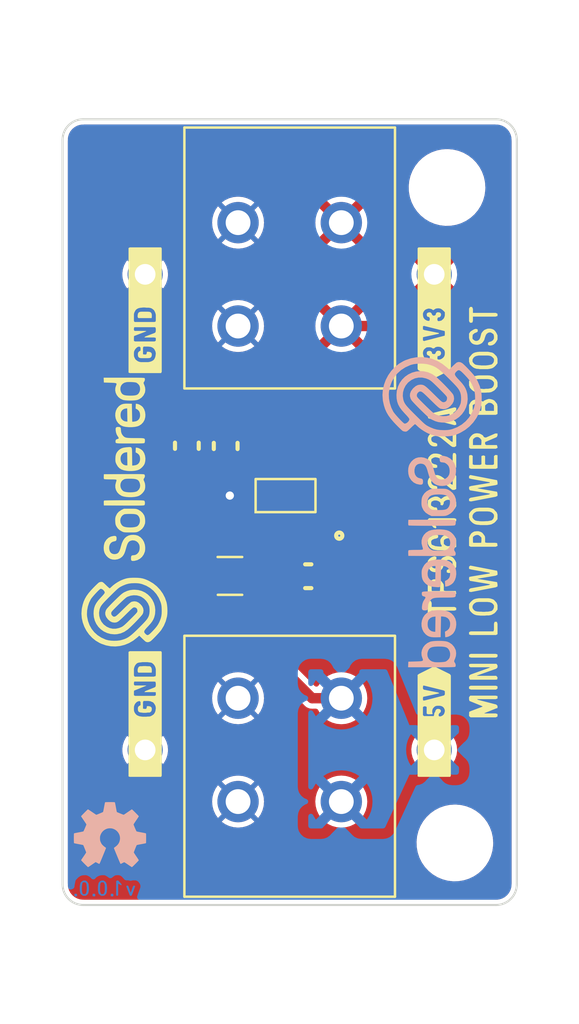
<source format=kicad_pcb>
(kicad_pcb (version 20210623) (generator pcbnew)
  (layers (0 "F.Cu" signal) (31 "B.Cu" signal) (34 "B.Paste" user) (35 "F.Paste" user) (36 "B.SilkS" user "B.Silkscreen") (37 "F.SilkS" user "F.Silkscreen") (38 "B.Mask" user) (39 "F.Mask" user) (44 "Edge.Cuts" user))
  (net 0 "")
  (net 1 "GND")
  (net 2 "5V")
  (net 3 "3V3")
  (net 4 "Net-(L1-Pad1)")
  (net 7 "Net-(D1-Pad1)")
  (net 8 "Net-(JP1-Pad2)")
  (net 9 "VOUT")
  (footprint "e-radionica.com footprinti:FIDUCIAL_23" (layer "F.Cu") (at 113.5 96.7)
    (fp_text reference "FD1")
    (fp_text value "FIDUCIAL")
    (fp_circle (center 0 0) (end 1 0) (layer "F.Cu") (width 0.2) (fill none))
    (pad "1" smd circle (at 0 0) (size 1 1) (layers "F.Cu" "F.Paste" "F.Mask") (clearance 1.1))
  )
  (footprint "e-radionica.com footprinti:HOLE_3.2mm" (layer "F.Cu") (at 128.62 97.3)
    (fp_text reference "H2" hide)
    (fp_text value "HOLE_3.2mm" hide)
    (pad "" np_thru_hole circle locked (at 0 0) (size 3.2 3.2) (drill 3.2) (layers F&B.Cu *.Mask))
  )
  (footprint "buzzardLabel" (layer "F.Cu") (at 130.4 113 90)
    (fp_text reference "" (at 0 0 90) (layer "F.SilkS") (effects (font (size 1.27 1.27))))
    (fp_text value "" (at 0 0 90) (layer "F.SilkS") (effects (font (size 1.27 1.27))))
  )
  (footprint "e-radionica.com footprinti:TERMINAL_KF235-5.0-2P" (layer "F.Cu") (at 121 101.5 180)
    (fp_text reference "K5")
    (fp_text value "TERMINAL_KF235-5.0-2P")
    (pad "1" thru_hole circle (at 2.5 2.5 180) (size 2 2) (drill 1.2) (layers *.Cu *.Mask) (net 1 "GND"))
    (pad "1" thru_hole circle (at 2.5 -2.5 180) (size 2 2) (drill 1.2) (layers *.Cu *.Mask) (net 1 "GND"))
    (pad "2" thru_hole circle (at -2.5 -2.5 180) (size 2 2) (drill 1.2) (layers *.Cu *.Mask) (net 3 "3V3"))
    (pad "2" thru_hole circle (at -2.5 2.5 180) (size 2 2) (drill 1.2) (layers *.Cu *.Mask) (net 3 "3V3"))
  )
  (footprint "buzzardLabel" (layer "F.Cu") (at 128 99.8 90)
    (fp_text reference "" (at 0 0 90) (layer "F.SilkS") (effects (font (size 1.27 1.27))))
    (fp_text value "" (at 0 0 90) (layer "F.SilkS") (effects (font (size 1.27 1.27))))
  )
  (footprint "e-radionica.com footprinti:0805C" (layer "F.Cu") (at 116.02 109.79 -90)
    (fp_text reference "C1")
    (fp_text value "CL10A226MP8NUNE")
    (pad "1" smd rect locked (at -0.975 0) (size 1.35 0.9) (layers "F.Cu" "F.Paste" "F.Mask") (net 1 "GND"))
    (pad "2" smd rect locked (at 0.975 0) (size 1.35 0.9) (layers "F.Cu" "F.Paste" "F.Mask") (net 2 "5V"))
  )
  (footprint "buzzardLabel" (layer "F.Cu") (at 114 99.8 90)
    (fp_text reference "" (at 0 0 90) (layer "F.SilkS") (effects (font (size 1.27 1.27))))
    (fp_text value "" (at 0 0 90) (layer "F.SilkS") (effects (font (size 1.27 1.27))))
  )
  (footprint "e-radionica.com footprinti:0402LED" (layer "F.Cu") (at 124 113.2375 -90)
    (fp_text reference "D1")
    (fp_text value "purple")
    (pad "1" smd rect locked (at -0.55 0) (size 0.75 0.45) (layers "F.Cu" "F.Paste" "F.Mask") (net 7 "Net-(D1-Pad1)"))
    (pad "2" smd rect locked (at 0.55 0) (size 0.75 0.45) (layers "F.Cu" "F.Paste" "F.Mask") (net 1 "GND"))
  )
  (footprint "e-radionica.com footprinti:SMD-JUMPER-CONNECTED_TRACE_SLODERMASK" (layer "F.Cu") (at 124 109.4 -90)
    (fp_text reference "JP1")
    (fp_text value "SMD-JUMPER-CONNECTED_TRACE_SLODERMASK")
    (fp_poly (pts (xy 0.1 0.1) (xy -0.1 0.1) (xy -0.1 -0.1) (xy 0.1 -0.1)) (layer "F.Cu") (width 0.1) (fill solid))
    (pad "1" smd rect (at -0.35 0 270) (size 0.5 1) (layers "F.Cu" "F.Mask") (net 9 "VOUT"))
    (pad "2" smd rect (at 0.35 0 270) (size 0.5 1) (layers "F.Cu" "F.Mask") (net 8 "Net-(JP1-Pad2)"))
  )
  (footprint "e-radionica.com footprinti:HOLE_3.2mm" (layer "F.Cu") (at 129 129 90)
    (fp_text reference "H1" hide)
    (fp_text value "HOLE_3.2mm" hide)
    (pad "" np_thru_hole circle locked (at 0 0 90) (size 3.2 3.2) (drill 3.2) (layers F&B.Cu *.Mask))
  )
  (footprint "Soldered Graphics:Logo-Back-OSH-3.5mm" (layer "F.Cu") (at 112.3 128.6)
    (fp_text reference "G***" hide)
    (fp_text value "LOGO" hide)
  )
  (footprint "Soldered Graphics:Logo-Back-SolderedFULL-15mm" (layer "F.Cu") (at 127.9 113 90)
    (fp_text reference "REF**" hide)
    (fp_text value "Logo-Front-SolderedFULL-15mm" hide)
  )
  (footprint "e-radionica.com footprinti:TERMINAL_KF235-5.0-2P" (layer "F.Cu") (at 121 124.5)
    (fp_text reference "K2")
    (fp_text value "TERMINAL_KF235-5.0-2P")
    (pad "1" thru_hole circle (at 2.5 2.5) (size 2 2) (drill 1.2) (layers *.Cu *.Mask) (net 2 "5V"))
    (pad "1" thru_hole circle (at 2.5 -2.5) (size 2 2) (drill 1.2) (layers *.Cu *.Mask) (net 2 "5V"))
    (pad "2" thru_hole circle (at -2.5 2.5) (size 2 2) (drill 1.2) (layers *.Cu *.Mask) (net 1 "GND"))
    (pad "2" thru_hole circle (at -2.5 -2.5) (size 2 2) (drill 1.2) (layers *.Cu *.Mask) (net 1 "GND"))
  )
  (footprint "e-radionica.com footprinti:DFE252012F-1R0M=P2" (layer "F.Cu") (at 118.1 116.1)
    (fp_text reference "L1")
    (fp_text value "DFE2016E-2R2M=P9")
    (pad "1" smd rect (at -1.2 0) (size 1 2.2) (layers "F.Cu" "F.Paste" "F.Mask") (net 4 "Net-(L1-Pad1)"))
    (pad "2" smd rect (at 1.2 0) (size 1 2.2) (layers "F.Cu" "F.Paste" "F.Mask") (net 3 "3V3"))
  )
  (footprint "buzzardLabel" (layer "F.Cu") (at 128.4 113 90)
    (fp_text reference "" (at 0 0 90) (layer "F.SilkS") (effects (font (size 1.27 1.27))))
    (fp_text value "" (at 0 0 90) (layer "F.SilkS") (effects (font (size 1.27 1.27))))
  )
  (footprint "buzzardLabel" (layer "F.Cu") (at 128 126.2 90)
    (fp_text reference "" (at 0 0 90) (layer "F.SilkS") (effects (font (size 1.27 1.27))))
    (fp_text value "" (at 0 0 90) (layer "F.SilkS") (effects (font (size 1.27 1.27))))
  )
  (footprint "e-radionica.com footprinti:0805C" (layer "F.Cu") (at 121.9 116.1)
    (fp_text reference "C3")
    (fp_text value "C1608X7S1A475K080AC")
    (pad "1" smd rect locked (at -0.975 0 90) (size 1.35 0.9) (layers "F.Cu" "F.Paste" "F.Mask") (net 1 "GND"))
    (pad "2" smd rect locked (at 0.975 0 90) (size 1.35 0.9) (layers "F.Cu" "F.Paste" "F.Mask") (net 3 "3V3"))
  )
  (footprint "e-radionica.com footprinti:0402R" (layer "F.Cu") (at 124 111.2225 -90)
    (fp_text reference "R1")
    (fp_text value "1k")
    (pad "1" smd rect locked (at -0.5 0) (size 0.64 0.54) (layers "F.Cu" "F.Paste" "F.Mask") (net 8 "Net-(JP1-Pad2)"))
    (pad "2" smd rect locked (at 0.5 0) (size 0.64 0.54) (layers "F.Cu" "F.Paste" "F.Mask") (net 7 "Net-(D1-Pad1)"))
  )
  (footprint "e-radionica.com footprinti:0805C" (layer "F.Cu") (at 117.9 109.8 -90)
    (fp_text reference "C2")
    (fp_text value "CL10A226MP8NUNE")
    (pad "1" smd rect locked (at -0.975 0) (size 1.35 0.9) (layers "F.Cu" "F.Paste" "F.Mask") (net 1 "GND"))
    (pad "2" smd rect locked (at 0.975 0) (size 1.35 0.9) (layers "F.Cu" "F.Paste" "F.Mask") (net 2 "5V"))
  )
  (footprint "e-radionica.com footprinti:tps613222a" (layer "F.Cu") (at 120.8 112.2 90)
    (fp_text reference "U1")
    (fp_text value "TPS613222A")
    (pad "1" smd rect (at -1.3 -0.95 90) (size 1.1 0.6) (layers "F.Cu" "F.Paste" "F.Mask") (net 4 "Net-(L1-Pad1)"))
    (pad "2" smd rect (at -1.3 0 90) (size 1.1 0.6) (layers "F.Cu" "F.Paste" "F.Mask") (net 1 "GND"))
    (pad "3" smd rect (at -1.3 0.95 90) (size 1.1 0.6) (layers "F.Cu" "F.Paste" "F.Mask"))
    (pad "4" smd rect (at 1.3 0.95 90) (size 1.1 0.6) (layers "F.Cu" "F.Paste" "F.Mask") (net 2 "5V"))
    (pad "5" smd rect (at 1.3 -0.95 90) (size 1.1 0.6) (layers "F.Cu" "F.Paste" "F.Mask"))
  )
  (footprint "Soldered Graphics:Logo-Front-SolderedFULL-13mm" (layer "F.Cu") (at 113 113 90)
    (fp_text reference "REF**" hide)
    (fp_text value "Logo-Front-SolderedFULL-13mm" hide)
  )
  (footprint "buzzardLabel" (layer "F.Cu") (at 114 126.2 90)
    (fp_text reference "" (at 0 0 90) (layer "F.SilkS") (effects (font (size 1.27 1.27))))
    (fp_text value "" (at 0 0 90) (layer "F.SilkS") (effects (font (size 1.27 1.27))))
  )
  (footprint "e-radionica.com footprinti:HEADER_MALE_1X1" (layer "B.Cu") (at 128 101.5 90)
    (fp_text reference "K4")
    (fp_text value "HEADER_MALE_1X1")
    (pad "1" thru_hole circle locked (at 0 0 90) (size 1.7 1.7) (drill 1) (layers *.Cu *.Mask) (net 3 "3V3"))
  )
  (footprint "e-radionica.com footprinti:HEADER_MALE_1X1" (layer "B.Cu") (at 114 101.5 180)
    (fp_text reference "K6")
    (fp_text value "HEADER_MALE_1X1")
    (pad "1" thru_hole circle locked (at 0 0 180) (size 1.7 1.7) (drill 1) (layers *.Cu *.Mask) (net 1 "GND"))
  )
  (footprint "e-radionica.com footprinti:HEADER_MALE_1X1" (layer "B.Cu") (at 114 124.5 180)
    (fp_text reference "K3")
    (fp_text value "HEADER_MALE_1X1")
    (pad "1" thru_hole circle locked (at 0 0 180) (size 1.7 1.7) (drill 1) (layers *.Cu *.Mask) (net 1 "GND"))
  )
  (footprint "e-radionica.com footprinti:HEADER_MALE_1X1" (layer "B.Cu") (at 128 124.5 180)
    (fp_text reference "K1")
    (fp_text value "HEADER_MALE_1X1")
    (pad "1" thru_hole circle locked (at 0 0 180) (size 1.7 1.7) (drill 1) (layers *.Cu *.Mask) (net 2 "5V"))
  )
  (footprint "Soldered Graphics:Version1.0.0." (layer "B.Cu") (at 112 131.2 180)
    (fp_text reference "Ref**" hide)
    (fp_text value "Val**" hide)
    (fp_poly (pts (xy -0.67 -0.35) (xy -0.62 -0.35) (xy -0.6 -0.31) (xy -0.6 0.35) (xy -0.64 0.38) (xy -0.69 0.38) (xy -0.73 0.34) (xy -0.84 0.22) (xy -0.86 0.17) (xy -0.83 0.16) (xy -0.73 0.22) (xy -0.69 0.23) (xy -0.69 -0.31) (xy -0.67 -0.35)) (layer "B.Cu") (width 0.01) (fill solid))
    (fp_poly (pts (xy -1.33 -0.35) (xy -1.27 -0.35) (xy -1.25 -0.31) (xy -1.09 0.1) (xy -1.11 0.13) (xy -1.16 0.13) (xy -1.19 0.1) (xy -1.28 -0.16) (xy -1.3 -0.21) (xy -1.32 -0.17) (xy -1.41 0.09) (xy -1.44 0.13) (xy -1.49 0.13) (xy -1.51 0.1) (xy -1.36 -0.31) (xy -1.33 -0.35)) (layer "B.Cu") (width 0.01) (fill solid))
    (fp_poly (pts (xy 1.31 -0.38) (xy 1.36 -0.38) (xy 1.41 -0.37) (xy 1.42 -0.33) (xy 1.42 -0.27) (xy 1.38 -0.26) (xy 1.33 -0.26) (xy 1.3 -0.29) (xy 1.3 -0.34) (xy 1.31 -0.38)) (layer "B.Cu") (width 0.01) (fill solid))
    (fp_poly (pts (xy 0.43 -0.38) (xy 0.48 -0.38) (xy 0.54 -0.37) (xy 0.54 -0.33) (xy 0.54 -0.27) (xy 0.5 -0.26) (xy 0.45 -0.26) (xy 0.42 -0.29) (xy 0.42 -0.34) (xy 0.43 -0.38)) (layer "B.Cu") (width 0.01) (fill solid))
    (fp_poly (pts (xy -0.44 -0.38) (xy -0.39 -0.38) (xy -0.34 -0.37) (xy -0.34 -0.33) (xy -0.34 -0.27) (xy -0.38 -0.26) (xy -0.43 -0.26) (xy -0.46 -0.29) (xy -0.46 -0.34) (xy -0.44 -0.38)) (layer "B.Cu") (width 0.01) (fill solid))
    (fp_poly (pts (xy 0.93 -0.35) (xy 0.99 -0.35) (xy 1.04 -0.33) (xy 1.01 -0.28) (xy 0.91 -0.28) (xy 0.87 -0.25) (xy 0.85 -0.2) (xy 0.83 -0.15) (xy 0.83 -0.11) (xy 0.82 0.01) (xy 0.83 0.13) (xy 0.83 0.17) (xy 0.84 0.22) (xy 0.87 0.27) (xy 0.9 0.3) (xy 1.01 0.3) (xy 1.04 0.26) (xy 1.05 0.21) (xy 1.06 0.15) (xy 1.07 0.05) (xy 1.07 -0.08) (xy 1.06 -0.12) (xy 1.06 -0.17) (xy 1.04 -0.22) (xy 1.02 -0.27) (xy 1.01 -0.28) (xy 1.05 -0.32) (xy 1.09 -0.29) (xy 1.12 -0.26) (xy 1.14 -0.22) (xy 1.15 -0.16) (xy 1.16 -0.11) (xy 1.16 -0.06) (xy 1.16 0.06) (xy 1.16 0.12) (xy 1.15 0.17) (xy 1.14 0.22) (xy 1.13 0.27) (xy 1.1 0.3) (xy 1.06 0.34) (xy 1.01 0.37) (xy 0.95 0.38) (xy 0.9 0.38) (xy 0.84 0.35) (xy 0.8 0.31) (xy 0.78 0.28) (xy 0.75 0.23) (xy 0.74 0.18) (xy 0.74 0.13) (xy 0.73 0.08) (xy 0.73 -0.04) (xy 0.73 -0.1) (xy 0.74 -0.14) (xy 0.75 -0.2) (xy 0.77 -0.25) (xy 0.79 -0.28) (xy 0.83 -0.32) (xy 0.89 -0.35) (xy 0.93 -0.35)) (layer "B.Cu") (width 0.01) (fill solid))
    (fp_poly (pts (xy 0.06 -0.35) (xy 0.11 -0.35) (xy 0.17 -0.33) (xy 0.13 -0.28) (xy 0.03 -0.28) (xy -0.01 -0.25) (xy -0.03 -0.2) (xy -0.05 -0.15) (xy -0.05 -0.11) (xy -0.05 0.01) (xy -0.05 0.13) (xy -0.05 0.17) (xy -0.03 0.22) (xy -0.01 0.27) (xy 0.02 0.3) (xy 0.13 0.3) (xy 0.16 0.26) (xy 0.18 0.21) (xy 0.18 0.15) (xy 0.19 0.05) (xy 0.19 -0.08) (xy 0.19 -0.12) (xy 0.18 -0.17) (xy 0.16 -0.22) (xy 0.14 -0.27) (xy 0.14 -0.28) (xy 0.17 -0.32) (xy 0.21 -0.29) (xy 0.24 -0.26) (xy 0.26 -0.22) (xy 0.27 -0.16) (xy 0.28 -0.11) (xy 0.28 -0.06) (xy 0.28 0.06) (xy 0.28 0.12) (xy 0.27 0.17) (xy 0.26 0.22) (xy 0.25 0.27) (xy 0.22 0.3) (xy 0.19 0.34) (xy 0.13 0.37) (xy 0.08 0.38) (xy 0.02 0.38) (xy -0.03 0.35) (xy -0.08 0.31) (xy -0.1 0.28) (xy -0.12 0.23) (xy -0.14 0.18) (xy -0.14 0.13) (xy -0.15 0.08) (xy -0.15 -0.04) (xy -0.14 -0.1) (xy -0.14 -0.14) (xy -0.13 -0.2) (xy -0.11 -0.25) (xy -0.08 -0.28) (xy -0.05 -0.32) (xy 0.01 -0.35) (xy 0.06 -0.35)) (layer "B.Cu") (width 0.01) (fill solid))
  )
  (gr_arc (start 111 131) (end 111 132) (angle 90) (layer "Edge.Cuts") (width 0.1))
  (gr_line (start 110 131) (end 110 95) (layer "Edge.Cuts") (width 0.1))
  (gr_line (start 111 94) (end 131 94) (layer "Edge.Cuts") (width 0.1))
  (gr_arc (start 131 131) (end 131 132) (angle -90) (layer "Edge.Cuts") (width 0.1))
  (gr_arc (start 111 95) (end 110 95) (angle 90) (layer "Edge.Cuts") (width 0.1))
  (gr_line (start 132 95) (end 132 131) (layer "Edge.Cuts") (width 0.1))
  (gr_line (start 131 132) (end 111 132) (layer "Edge.Cuts") (width 0.1))
  (gr_arc (start 131 95) (end 131 94) (angle 90) (layer "Edge.Cuts") (width 0.1))
  (via (at 118.1 112.2) (size 0.8) (drill 0.4) (layers "F.Cu" "B.Cu") (net 1))
  (segment (start 116.2 118.6) (end 114 116.4) (width 0.5) (layer "F.Cu") (net 2))
  (segment (start 122.085787 122) (end 118.685787 118.6) (width 0.5) (layer "F.Cu") (net 2))
  (segment (start 121.75 110.9) (end 120.45 109.6) (width 0.5) (layer "F.Cu") (net 2))
  (segment (start 118.685787 118.6) (end 116.2 118.6) (width 0.5) (layer "F.Cu") (net 2))
  (segment (start 120.45 109.6) (end 119.075 109.6) (width 0.5) (layer "F.Cu") (net 2))
  (segment (start 114 112.785) (end 116.02 110.765) (width 0.5) (layer "F.Cu") (net 2))
  (segment (start 116.03 110.775) (end 116.02 110.765) (width 0.5) (layer "F.Cu") (net 2))
  (segment (start 123.5 122) (end 122.085787 122) (width 0.5) (layer "F.Cu") (net 2))
  (segment (start 114 116.4) (end 114 112.785) (width 0.5) (layer "F.Cu") (net 2))
  (segment (start 119.075 109.6) (end 117.9 110.775) (width 0.5) (layer "F.Cu") (net 2))
  (segment (start 117.9 110.775) (end 116.03 110.775) (width 0.5) (layer "F.Cu") (net 2))
  (segment (start 120.2 117.9) (end 122.3 117.9) (width 0.5) (layer "F.Cu") (net 3))
  (segment (start 123.825 116.1) (end 127.5 112.425) (width 0.5) (layer "F.Cu") (net 3))
  (segment (start 127.5 112.425) (end 127.5 106.6) (width 0.5) (layer "F.Cu") (net 3))
  (segment (start 127.5 106.6) (end 124.9 104) (width 0.5) (layer "F.Cu") (net 3))
  (segment (start 119.3 116.1) (end 119.3 117) (width 0.5) (layer "F.Cu") (net 3))
  (segment (start 119.3 117) (end 120.2 117.9) (width 0.5) (layer "F.Cu") (net 3))
  (segment (start 122.875 117.325) (end 122.875 116.1) (width 0.5) (layer "F.Cu") (net 3))
  (segment (start 122.875 116.1) (end 123.825 116.1) (width 0.5) (layer "F.Cu") (net 3))
  (segment (start 122.3 117.9) (end 122.875 117.325) (width 0.5) (layer "F.Cu") (net 3))
  (segment (start 124.9 104) (end 123.5 104) (width 0.5) (layer "F.Cu") (net 3))
  (segment (start 117.7 113.5) (end 119.85 113.5) (width 0.5) (layer "F.Cu") (net 4))
  (segment (start 116.9 114.3) (end 117.7 113.5) (width 0.5) (layer "F.Cu") (net 4))
  (segment (start 116.9 116.1) (end 116.9 114.3) (width 0.5) (layer "F.Cu") (net 4))
  (segment (start 124 111.7225) (end 124 112.6875) (width 0.5) (layer "F.Cu") (net 7))
  (segment (start 124 110.7225) (end 124 109.75) (width 0.5) (layer "F.Cu") (net 8))
  (zone (net 1) (net_name "GND") (layers F&B.Cu) (connect_pads (clearance 0.254)) (min_thickness 0.254) (fill yes (thermal_gap 0.254) (thermal_bridge_width 0.254))
    (polygon (pts (xy 132 132) (xy 110 132) (xy 110 94) (xy 132 94)))
  )
  (zone (net 3) (net_name "3V3") (layer "F.Cu") (priority 3) (connect_pads (clearance 0.508)) (min_thickness 0.254) (fill yes (thermal_gap 0.508) (thermal_bridge_width 0.508))
    (polygon (pts (xy 126.8 100.3) (xy 129.2 100.3) (xy 129.2 102.7) (xy 126.8 102.7) (xy 125.8 105.9) (xy 122 105.9) (xy 122 97.5) (xy 125.8 97.5)))
  )
  (zone (net 2) (net_name "5V") (layer "B.Cu") (priority 3) (connect_pads (clearance 0.508)) (min_thickness 0.254) (fill yes (thermal_gap 0.508) (thermal_bridge_width 0.508))
    (polygon (pts (xy 126.8 123.3) (xy 129.2 123.3) (xy 129.2 125.7) (xy 126.8 125.7) (xy 125.6 128.3) (xy 121.9 128.3) (xy 121.9 120.6) (xy 125.7 120.6)))
  )
)
</source>
